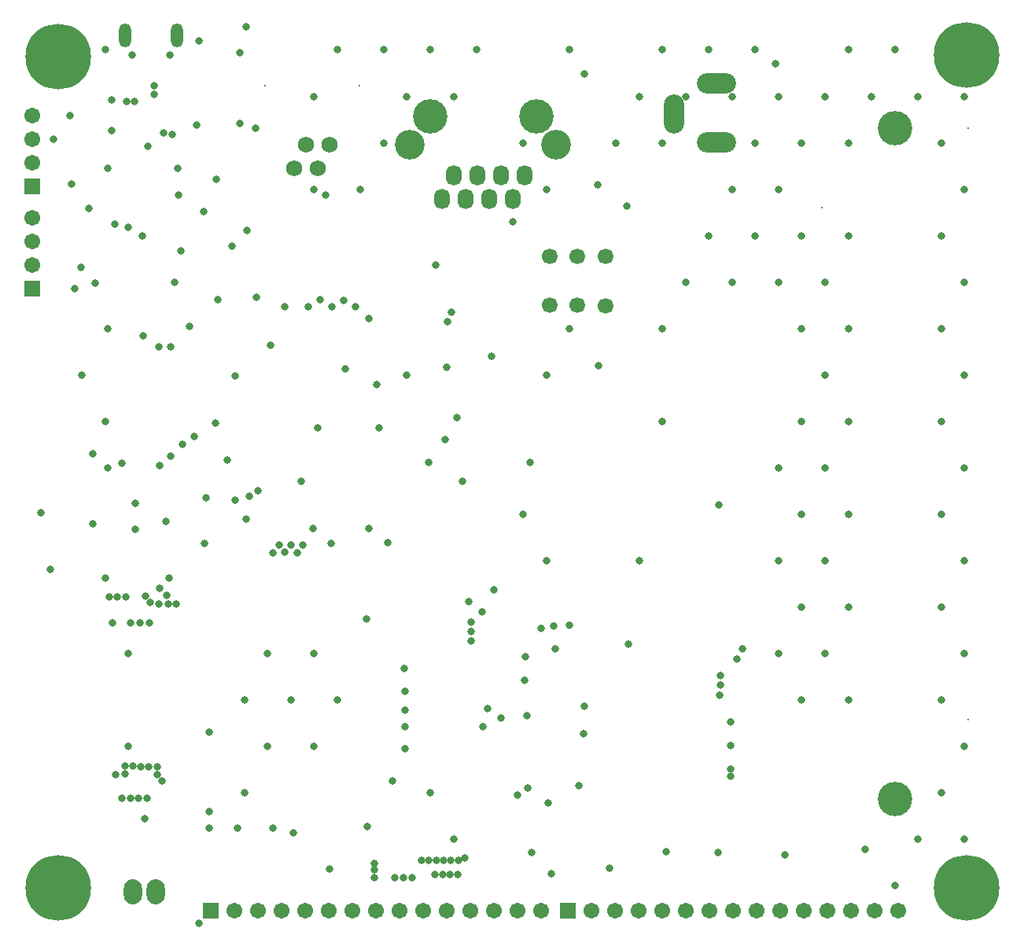
<source format=gbs>
G04*
G04 #@! TF.GenerationSoftware,Altium Limited,Altium Designer,21.6.4 (81)*
G04*
G04 Layer_Color=16711935*
%FSLAX25Y25*%
%MOIN*%
G70*
G04*
G04 #@! TF.SameCoordinates,2A81184C-DEB4-4CFB-8C3F-066722EA72C9*
G04*
G04*
G04 #@! TF.FilePolarity,Negative*
G04*
G01*
G75*
%ADD122C,0.27800*%
%ADD123C,0.03162*%
%ADD124O,0.05131X0.10249*%
%ADD125R,0.00800X0.00800*%
%ADD126C,0.14580*%
%ADD127O,0.07690X0.10642*%
%ADD128C,0.06658*%
%ADD129R,0.06706X0.06706*%
%ADD130C,0.06706*%
%ADD131O,0.16548X0.08674*%
%ADD132O,0.08674X0.16548*%
%ADD133C,0.12611*%
%ADD134O,0.06706X0.08674*%
%ADD135C,0.06800*%
%ADD136C,0.00800*%
%ADD137R,0.06706X0.06706*%
D122*
X402500Y17500D02*
D03*
Y370500D02*
D03*
X17500Y370000D02*
D03*
Y17500D02*
D03*
D123*
X48957Y370732D02*
D03*
X64705D02*
D03*
X65937Y336982D02*
D03*
X62000Y337500D02*
D03*
X58000Y354000D02*
D03*
X58201Y357701D02*
D03*
X49789Y351000D02*
D03*
X46639D02*
D03*
X40000Y351500D02*
D03*
X38500Y322500D02*
D03*
X60000Y138000D02*
D03*
X199500Y93500D02*
D03*
X197500Y86000D02*
D03*
X205000Y89500D02*
D03*
X40000Y338500D02*
D03*
X128500Y267000D02*
D03*
X138500Y266500D02*
D03*
X130818Y311375D02*
D03*
X97410Y296256D02*
D03*
X297957Y99295D02*
D03*
X298000Y103500D02*
D03*
Y107500D02*
D03*
X305017Y114673D02*
D03*
X401528Y353146D02*
D03*
X391685Y333461D02*
D03*
X401528Y313776D02*
D03*
X391685Y294091D02*
D03*
X401528Y274406D02*
D03*
X391685Y254720D02*
D03*
X401528Y235035D02*
D03*
X391685Y215350D02*
D03*
X401528Y195665D02*
D03*
X391685Y175980D02*
D03*
X401528Y156295D02*
D03*
X391685Y136610D02*
D03*
X401528Y116925D02*
D03*
X391685Y97240D02*
D03*
X401528Y77555D02*
D03*
X391685Y57870D02*
D03*
X401528Y38185D02*
D03*
X372000Y372831D02*
D03*
X381842Y353146D02*
D03*
Y38185D02*
D03*
X372000Y18500D02*
D03*
X352315Y372831D02*
D03*
X362158Y353146D02*
D03*
X352315Y333461D02*
D03*
Y294091D02*
D03*
Y254720D02*
D03*
Y215350D02*
D03*
Y175980D02*
D03*
Y136610D02*
D03*
Y97240D02*
D03*
X342472Y353146D02*
D03*
X332630Y333461D02*
D03*
Y294091D02*
D03*
X342472Y274406D02*
D03*
X332630Y254720D02*
D03*
X342472Y235035D02*
D03*
X332630Y215350D02*
D03*
X342472Y195665D02*
D03*
X332630Y175980D02*
D03*
X342472Y156295D02*
D03*
X332630Y136610D02*
D03*
X342472Y116925D02*
D03*
X332630Y97240D02*
D03*
X312945Y372831D02*
D03*
X322787Y353146D02*
D03*
X312945Y333461D02*
D03*
X322787Y313776D02*
D03*
X312945Y294091D02*
D03*
X322787Y274406D02*
D03*
Y195665D02*
D03*
Y156295D02*
D03*
Y116925D02*
D03*
X293260Y372831D02*
D03*
X303102Y353146D02*
D03*
Y313776D02*
D03*
X293260Y294091D02*
D03*
X303102Y274406D02*
D03*
X273575Y372831D02*
D03*
X283417Y353146D02*
D03*
X273575Y333461D02*
D03*
X283417Y274406D02*
D03*
X273575Y254720D02*
D03*
Y215350D02*
D03*
X263732Y353146D02*
D03*
X253890Y333461D02*
D03*
X263732Y156295D02*
D03*
X234205Y372831D02*
D03*
Y254720D02*
D03*
X214520Y333461D02*
D03*
X224362Y313776D02*
D03*
Y235035D02*
D03*
X214520Y175980D02*
D03*
X224362Y156295D02*
D03*
X194835Y372831D02*
D03*
X175150D02*
D03*
X184992Y353146D02*
D03*
X175150Y57870D02*
D03*
X184992Y38185D02*
D03*
X155465Y372831D02*
D03*
X165307Y353146D02*
D03*
X155465Y333461D02*
D03*
X165307Y235035D02*
D03*
X135780Y372831D02*
D03*
X145622Y313776D02*
D03*
X135780Y97240D02*
D03*
X125937Y353146D02*
D03*
Y313776D02*
D03*
Y116925D02*
D03*
X116095Y97240D02*
D03*
X125937Y77555D02*
D03*
X106252Y116925D02*
D03*
X96409Y97240D02*
D03*
X106252Y77555D02*
D03*
X96409Y57870D02*
D03*
X66882Y274406D02*
D03*
X37354Y372831D02*
D03*
Y215350D02*
D03*
X47197Y116925D02*
D03*
Y77555D02*
D03*
X27512Y235035D02*
D03*
X164500Y76500D02*
D03*
Y86000D02*
D03*
Y93000D02*
D03*
Y101000D02*
D03*
X77000Y2500D02*
D03*
X14000Y152500D02*
D03*
X63000Y173000D02*
D03*
X81500Y83500D02*
D03*
X54000Y47000D02*
D03*
X24500Y271500D02*
D03*
X27130Y280750D02*
D03*
X23000Y316000D02*
D03*
X47146Y297654D02*
D03*
X32256Y201756D02*
D03*
X38500Y195500D02*
D03*
X44500Y197500D02*
D03*
X10000Y176500D02*
D03*
X37500Y149000D02*
D03*
X46000Y141000D02*
D03*
X42500D02*
D03*
X39000D02*
D03*
X40500Y130000D02*
D03*
X48000D02*
D03*
X56000D02*
D03*
X52000D02*
D03*
X54380Y141215D02*
D03*
X67500Y138000D02*
D03*
X64000D02*
D03*
X56500Y138500D02*
D03*
X55958Y69083D02*
D03*
X59368Y69106D02*
D03*
X59463Y65741D02*
D03*
X49129Y69194D02*
D03*
X41888Y65682D02*
D03*
X45704Y69194D02*
D03*
X45662Y65874D02*
D03*
X44500Y55500D02*
D03*
X48000D02*
D03*
X51500D02*
D03*
X52638Y69137D02*
D03*
X55000Y55500D02*
D03*
X61463Y63075D02*
D03*
X151500Y28000D02*
D03*
Y22000D02*
D03*
X163802Y21937D02*
D03*
X160000Y22000D02*
D03*
X167500D02*
D03*
X151524Y25270D02*
D03*
X189977Y30476D02*
D03*
X187103Y29188D02*
D03*
X183953D02*
D03*
X180804D02*
D03*
X177654D02*
D03*
X174505D02*
D03*
X171359Y29338D02*
D03*
X177221Y23167D02*
D03*
X180371D02*
D03*
X183521D02*
D03*
X186670D02*
D03*
X132500Y25500D02*
D03*
X226500Y23500D02*
D03*
X225000Y53500D02*
D03*
X197000Y134500D02*
D03*
X177500Y281500D02*
D03*
X101500Y268000D02*
D03*
X92500Y234500D02*
D03*
X89000Y199000D02*
D03*
X127500Y212500D02*
D03*
X186500Y217000D02*
D03*
X188909Y190091D02*
D03*
X174646Y197854D02*
D03*
X201000Y243000D02*
D03*
X275000Y33000D02*
D03*
X297000Y32500D02*
D03*
X325500Y31500D02*
D03*
X359500Y34000D02*
D03*
X251000Y26000D02*
D03*
X41500Y299000D02*
D03*
X33000Y274000D02*
D03*
X93500Y43000D02*
D03*
X81516Y43016D02*
D03*
X32000Y172000D02*
D03*
X75000Y209000D02*
D03*
X120500Y190000D02*
D03*
X184000Y261535D02*
D03*
X182500Y257500D02*
D03*
X157000Y164000D02*
D03*
X125500Y170000D02*
D03*
X153500Y212711D02*
D03*
X181500Y207500D02*
D03*
X164000Y110500D02*
D03*
X159000Y63000D02*
D03*
X148000Y131500D02*
D03*
X69500Y287500D02*
D03*
X79000Y304252D02*
D03*
X73225Y255602D02*
D03*
X222000Y127500D02*
D03*
X228000Y119039D02*
D03*
X215000Y105500D02*
D03*
X191500Y139000D02*
D03*
X215500Y115500D02*
D03*
X55594Y332000D02*
D03*
X216000Y90500D02*
D03*
X218000Y32500D02*
D03*
X133000Y163500D02*
D03*
X212000Y57000D02*
D03*
X81500Y50000D02*
D03*
X148500Y43500D02*
D03*
X79500Y163500D02*
D03*
X64500Y149000D02*
D03*
X65000Y200500D02*
D03*
X84000Y214500D02*
D03*
X139000Y237500D02*
D03*
X152500Y231000D02*
D03*
X210000Y300000D02*
D03*
X246000Y315500D02*
D03*
X97000Y382500D02*
D03*
X101000Y339500D02*
D03*
X94441Y341560D02*
D03*
X91000Y289500D02*
D03*
X53000Y294000D02*
D03*
X60500Y144500D02*
D03*
X63500Y141500D02*
D03*
X60500Y196500D02*
D03*
X307500Y119000D02*
D03*
X108500Y43000D02*
D03*
X117059Y41059D02*
D03*
X149000Y170000D02*
D03*
X217500Y198000D02*
D03*
X240500Y94500D02*
D03*
X297500Y180000D02*
D03*
X246500Y239000D02*
D03*
X121295Y163000D02*
D03*
X118736Y159500D02*
D03*
X116177Y163000D02*
D03*
X111059D02*
D03*
X113618Y160000D02*
D03*
X92500Y181846D02*
D03*
X108500Y159500D02*
D03*
X97000Y174000D02*
D03*
X102000Y186000D02*
D03*
X98500Y183815D02*
D03*
X258500Y306500D02*
D03*
X107500Y247500D02*
D03*
X50000Y169500D02*
D03*
Y180500D02*
D03*
X216500Y60000D02*
D03*
X60000Y247000D02*
D03*
X53500Y251500D02*
D03*
X65000Y247000D02*
D03*
X38500Y254500D02*
D03*
X113500Y264000D02*
D03*
X123500D02*
D03*
X133500D02*
D03*
X143500D02*
D03*
X85000Y267000D02*
D03*
X149000Y259000D02*
D03*
X321500Y367000D02*
D03*
X84500Y318000D02*
D03*
X80000Y183000D02*
D03*
X234000Y129000D02*
D03*
X76000Y341000D02*
D03*
X77000Y376500D02*
D03*
X94500Y371500D02*
D03*
X30500Y305500D02*
D03*
X15500Y335000D02*
D03*
X22500Y345000D02*
D03*
X70000Y205500D02*
D03*
X68250Y322750D02*
D03*
X68498Y311491D02*
D03*
X182095Y238405D02*
D03*
X240500Y362500D02*
D03*
X202102Y144103D02*
D03*
X192476Y122476D02*
D03*
X227500Y128500D02*
D03*
X192566Y130350D02*
D03*
X192587Y126413D02*
D03*
X259000Y121000D02*
D03*
X240000Y83000D02*
D03*
X302500Y64937D02*
D03*
Y68087D02*
D03*
Y78000D02*
D03*
X238000Y61000D02*
D03*
X302500Y88000D02*
D03*
D124*
X45709Y378999D02*
D03*
X67953D02*
D03*
D125*
X402984Y88839D02*
D03*
Y339665D02*
D03*
X341016Y306161D02*
D03*
D126*
X372000Y55335D02*
D03*
Y339665D02*
D03*
X220000Y344657D02*
D03*
X175000D02*
D03*
D127*
X49079Y16000D02*
D03*
X58921D02*
D03*
D128*
X225726Y285362D02*
D03*
X237545Y285339D02*
D03*
X249340Y285343D02*
D03*
Y264480D02*
D03*
X237565Y264500D02*
D03*
X225726D02*
D03*
D129*
X6500Y315000D02*
D03*
Y271500D02*
D03*
D130*
Y325000D02*
D03*
Y335000D02*
D03*
Y345000D02*
D03*
Y281500D02*
D03*
Y291500D02*
D03*
Y301500D02*
D03*
X243500Y8000D02*
D03*
X253500D02*
D03*
X263500D02*
D03*
X273500D02*
D03*
X283500D02*
D03*
X293500D02*
D03*
X303500D02*
D03*
X313500D02*
D03*
X323500D02*
D03*
X333500D02*
D03*
X343500D02*
D03*
X353500D02*
D03*
X363500D02*
D03*
X373500D02*
D03*
X222000D02*
D03*
X212000D02*
D03*
X202000D02*
D03*
X192000D02*
D03*
X182000D02*
D03*
X172000D02*
D03*
X162000D02*
D03*
X152000D02*
D03*
X142000D02*
D03*
X132000D02*
D03*
X122000D02*
D03*
X112000D02*
D03*
X102000D02*
D03*
X92000D02*
D03*
D131*
X296500Y358500D02*
D03*
Y333500D02*
D03*
D132*
X278500Y345500D02*
D03*
D133*
X228425Y332650D02*
D03*
X166614D02*
D03*
D134*
X185000Y319657D02*
D03*
X195000D02*
D03*
X205000D02*
D03*
X215000D02*
D03*
X180000Y309658D02*
D03*
X190000D02*
D03*
X200000D02*
D03*
X210000D02*
D03*
D135*
X132500Y332500D02*
D03*
X122500D02*
D03*
X127500Y322500D02*
D03*
X117500D02*
D03*
D136*
X145000Y357500D02*
D03*
X105000D02*
D03*
D137*
X233500Y8000D02*
D03*
X82000D02*
D03*
M02*

</source>
